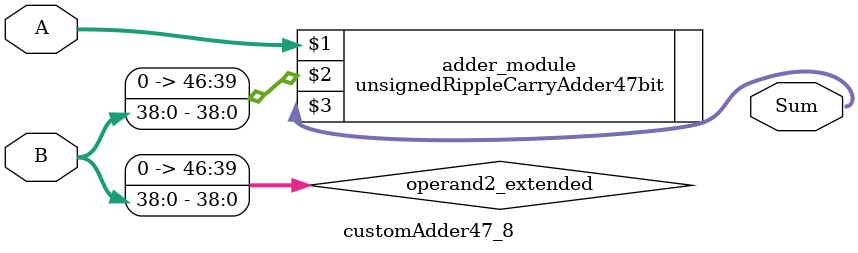
<source format=v>
module customAdder47_8(
                        input [46 : 0] A,
                        input [38 : 0] B,
                        
                        output [47 : 0] Sum
                );

        wire [46 : 0] operand2_extended;
        
        assign operand2_extended =  {8'b0, B};
        
        unsignedRippleCarryAdder47bit adder_module(
            A,
            operand2_extended,
            Sum
        );
        
        endmodule
        
</source>
